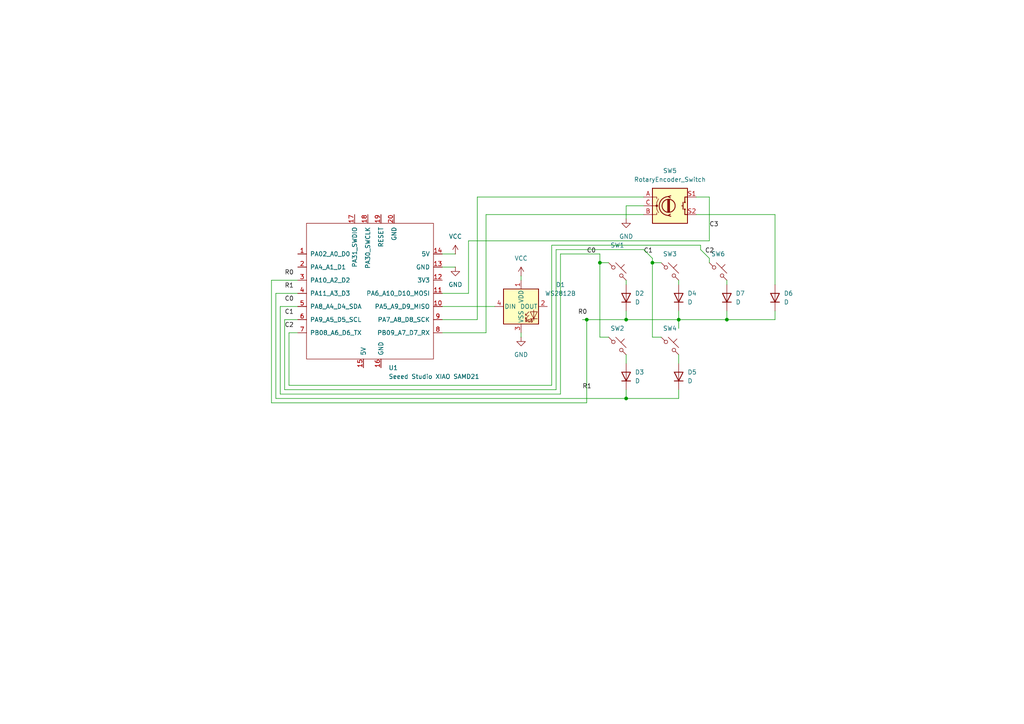
<source format=kicad_sch>
(kicad_sch (version 20231120) (generator "eeschema") (generator_version "8.0")
  (paper "A4")
  (title_block (title "HackPad") (date "2024-10-10") (rev "1.0") (company "Hack Club") (comment 1 "Matthew Chen for"))
  (lib_symbols
    (symbol "Device:D" (pin_numbers hide) (pin_names (offset 1.016) hide)
      (property "Reference" "D" (at 0 2.54 0))
      (property "Value" "D" (at 0 -2.54 0))
      (symbol "D_0_1"
        (polyline (pts (xy -1.27 1.27) (xy -1.27 -1.27)) (stroke (width 0.254)))
        (polyline (pts (xy 1.27 0) (xy -1.27 0)))
        (polyline (pts (xy 1.27 1.27) (xy 1.27 -1.27) (xy -1.27 0) (xy 1.27 1.27)) (stroke (width 0.254)))
      )
      (symbol "D_1_1"
        (pin passive line (at -3.81 0 0) (length 2.54) (name "K") (number "1"))
        (pin passive line (at 3.81 0 180) (length 2.54) (name "A") (number "2"))
      )
    )
    (symbol "Device:RotaryEncoder_Switch" (pin_names (offset 0.254) hide)
      (property "Reference" "SW" (at 0 6.604 0))
      (property "Value" "RotaryEncoder_Switch" (at 0 -6.604 0))
      (symbol "RotaryEncoder_Switch_0_1"
        (rectangle (start -5.08 5.08) (end 5.08 -5.08) (stroke (width 0.254)) (fill (type background)))
        (circle (center -3.81 0) (radius 0.254) (fill (type outline)))
        (circle (center -0.381 0) (radius 1.905) (stroke (width 0.254)))
        (arc (start -0.381 2.667) (mid -3.0988 -0.0635) (end -0.381 -2.794) (stroke (width 0.254)))
        (polyline (pts (xy -0.635 -1.778) (xy -0.635 1.778)) (stroke (width 0.254)))
        (polyline (pts (xy -0.381 -1.778) (xy -0.381 1.778)) (stroke (width 0.254)))
        (polyline (pts (xy -0.127 1.778) (xy -0.127 -1.778)) (stroke (width 0.254)))
        (polyline (pts (xy 3.81 0) (xy 3.429 0)) (stroke (width 0.254)))
        (polyline (pts (xy 3.81 1.016) (xy 3.81 -1.016)) (stroke (width 0.254)))
        (polyline (pts (xy -5.08 -2.54) (xy -3.81 -2.54) (xy -3.81 -2.032)))
        (polyline (pts (xy -5.08 2.54) (xy -3.81 2.54) (xy -3.81 2.032)))
        (polyline (pts (xy 0.254 -3.048) (xy -0.508 -2.794) (xy 0.127 -2.413)) (stroke (width 0.254)))
        (polyline (pts (xy 0.254 2.921) (xy -0.508 2.667) (xy 0.127 2.286)) (stroke (width 0.254)))
        (polyline (pts (xy 5.08 -2.54) (xy 4.318 -2.54) (xy 4.318 -1.016)) (stroke (width 0.254)))
        (polyline (pts (xy 5.08 2.54) (xy 4.318 2.54) (xy 4.318 1.016)) (stroke (width 0.254)))
        (polyline (pts (xy -5.08 0) (xy -3.81 0) (xy -3.81 -1.016) (xy -3.302 -2.032)))
        (polyline (pts (xy -4.318 0) (xy -3.81 0) (xy -3.81 1.016) (xy -3.302 2.032)))
        (circle (center 4.318 -1.016) (radius 0.127) (stroke (width 0.254)))
        (circle (center 4.318 1.016) (radius 0.127) (stroke (width 0.254)))
      )
      (symbol "RotaryEncoder_Switch_1_1"
        (pin passive line (at -7.62 2.54 0) (length 2.54) (name "A") (number "A"))
        (pin passive line (at -7.62 -2.54 0) (length 2.54) (name "B") (number "B"))
        (pin passive line (at -7.62 0 0) (length 2.54) (name "C") (number "C"))
        (pin passive line (at 7.62 2.54 180) (length 2.54) (name "S1") (number "S1"))
        (pin passive line (at 7.62 -2.54 180) (length 2.54) (name "S2") (number "S2"))
      )
    )
    (symbol "LED:WS2812B" (pin_names (offset 0.254))
      (property "Reference" "D" (at 5.08 5.715 0))
      (property "Value" "WS2812B" (at 1.27 -5.715 0))
      (symbol "WS2812B_0_0"
        (text "RGB" (at 2.286 -4.191 0) (effects (font (size 0.762 0.762))))
      )
      (symbol "WS2812B_0_1"
        (polyline (pts (xy 1.27 -3.556) (xy 1.778 -3.556)))
        (polyline (pts (xy 1.27 -2.54) (xy 1.778 -2.54)))
        (polyline (pts (xy 4.699 -3.556) (xy 2.667 -3.556)))
        (polyline (pts (xy 2.286 -2.54) (xy 1.27 -3.556) (xy 1.27 -3.048)))
        (polyline (pts (xy 2.286 -1.524) (xy 1.27 -2.54) (xy 1.27 -2.032)))
        (polyline (pts (xy 3.683 -1.016) (xy 3.683 -3.556) (xy 3.683 -4.064)))
        (polyline (pts (xy 4.699 -1.524) (xy 2.667 -1.524) (xy 3.683 -3.556) (xy 4.699 -1.524)))
        (rectangle (start 5.08 5.08) (end -5.08 -5.08) (stroke (width 0.254)) (fill (type background)))
      )
      (symbol "WS2812B_1_1"
        (pin power_in line (at 0 7.62 270) (length 2.54) (name "VDD") (number "1"))
        (pin output line (at 7.62 0 180) (length 2.54) (name "DOUT") (number "2"))
        (pin power_in line (at 0 -7.62 90) (length 2.54) (name "VSS") (number "3"))
        (pin input line (at -7.62 0 0) (length 2.54) (name "DIN") (number "4"))
      )
    )
    (symbol "Seeed_Studio_XIAO_Series:Seeed Studio XIAO SAMD21" (pin_names (offset 1.016))
      (property "Reference" "U" (at -19.05 22.86 0))
      (property "Value" "Seeed Studio XIAO SAMD21" (at -12.7 21.59 0))
      (symbol "Seeed Studio XIAO SAMD21_0_1"
        (rectangle (start -19.05 20.32) (end 17.78 -19.05))
      )
      (symbol "Seeed Studio XIAO SAMD21_1_1"
        (pin unspecified line (at -21.59 11.43 0) (length 2.54) (name "PA02_A0_D0") (number "1"))
        (pin unspecified line (at 20.32 -3.81 180) (length 2.54) (name "PA5_A9_D9_MISO") (number "10"))
        (pin unspecified line (at 20.32 0 180) (length 2.54) (name "PA6_A10_D10_MOSI") (number "11"))
        (pin unspecified line (at 20.32 3.81 180) (length 2.54) (name "3V3") (number "12"))
        (pin unspecified line (at 20.32 7.62 180) (length 2.54) (name "GND") (number "13"))
        (pin unspecified line (at 20.32 11.43 180) (length 2.54) (name "5V") (number "14"))
        (pin input line (at -2.54 -21.59 90) (length 2.54) (name "5V") (number "15"))
        (pin input line (at 2.54 -21.59 90) (length 2.54) (name "GND") (number "16"))
        (pin input line (at -5.08 22.86 270) (length 2.54) (name "PA31_SWDIO") (number "17"))
        (pin input line (at -1.27 22.86 270) (length 2.54) (name "PA30_SWCLK") (number "18"))
        (pin input line (at 2.54 22.86 270) (length 2.54) (name "RESET") (number "19"))
        (pin unspecified line (at -21.59 7.62 0) (length 2.54) (name "PA4_A1_D1") (number "2"))
        (pin input line (at 6.35 22.86 270) (length 2.54) (name "GND") (number "20"))
        (pin unspecified line (at -21.59 3.81 0) (length 2.54) (name "PA10_A2_D2") (number "3"))
        (pin unspecified line (at -21.59 0 0) (length 2.54) (name "PA11_A3_D3") (number "4"))
        (pin unspecified line (at -21.59 -3.81 0) (length 2.54) (name "PA8_A4_D4_SDA") (number "5"))
        (pin unspecified line (at -21.59 -7.62 0) (length 2.54) (name "PA9_A5_D5_SCL") (number "6"))
        (pin unspecified line (at -21.59 -11.43 0) (length 2.54) (name "PB08_A6_D6_TX") (number "7"))
        (pin unspecified line (at 20.32 -11.43 180) (length 2.54) (name "PB09_A7_D7_RX") (number "8"))
        (pin unspecified line (at 20.32 -7.62 180) (length 2.54) (name "PA7_A8_D8_SCK") (number "9"))
      )
    )
    (symbol "Switch:SW_Push_45deg" (pin_numbers hide) (pin_names (offset 1.016) hide)
      (property "Reference" "SW" (at 3.048 1.016 0))
      (property "Value" "SW_Push_45deg" (at 0 -3.81 0))
      (symbol "SW_Push_45deg_0_1"
        (circle (center -1.1684 1.1684) (radius 0.508))
        (polyline (pts (xy -0.508 2.54) (xy 2.54 -0.508)))
        (polyline (pts (xy 1.016 1.016) (xy 2.032 2.032)))
        (polyline (pts (xy -2.54 2.54) (xy -1.524 1.524) (xy -1.524 1.524)))
        (polyline (pts (xy 1.524 -1.524) (xy 2.54 -2.54) (xy 2.54 -2.54) (xy 2.54 -2.54)))
        (circle (center 1.143 -1.1938) (radius 0.508))
        (pin passive line (at -2.54 2.54 0) (length 0) (name "1") (number "1"))
        (pin passive line (at 2.54 -2.54 180) (length 0) (name "2") (number "2"))
      )
    )
    (symbol "power:GND" (power) (pin_numbers hide) (pin_names (offset 0) hide)
      (property "Value" "GND" (at 0 -3.81 0))
      (symbol "GND_0_1"
        (polyline (pts (xy 0 0) (xy 0 -1.27) (xy 1.27 -1.27) (xy 0 -2.54) (xy -1.27 -1.27) (xy 0 -1.27)))
      )
      (symbol "GND_1_1"
        (pin power_in line (at 0 0 270) (length 0) (name "~") (number "1"))
      )
    )
    (symbol "power:VCC" (power) (pin_numbers hide) (pin_names (offset 0) hide)
      (property "Value" "VCC" (at 0 3.556 0))
      (symbol "VCC_0_1"
        (polyline (pts (xy -0.762 1.27) (xy 0 2.54)))
        (polyline (pts (xy 0 0) (xy 0 2.54)))
        (polyline (pts (xy 0 2.54) (xy 0.762 1.27)))
      )
      (symbol "VCC_1_1"
        (pin power_in line (at 0 0 90) (length 0) (name "~") (number "1"))
      )
    )
  )
  (junction (at 181.61 115.57))
  (junction (at 196.85 92.71))
  (junction (at 173.99 76.2))
  (junction (at 181.61 92.71))
  (junction (at 170.18 92.71))
  (junction (at 210.82 92.71))
  (junction (at 189.23 76.2))
  (bus_entry (at 186.69 72.39) (size 2.54 2.54))
  (bus_entry (at 203.2 72.39) (size 2.54 2.54))
  (wire (pts (xy 132.08 73.66) (xy 128.27 73.66)))
  (wire (pts (xy 82.55 92.71) (xy 82.55 113.03)))
  (wire (pts (xy 181.61 105.41) (xy 181.61 102.87)))
  (wire (pts (xy 78.74 116.84) (xy 170.18 116.84)))
  (wire (pts (xy 205.74 74.93) (xy 205.74 76.2)))
  (wire (pts (xy 173.99 73.66) (xy 173.99 76.2)))
  (wire (pts (xy 210.82 92.71) (xy 224.79 92.71)))
  (wire (pts (xy 181.61 113.03) (xy 181.61 115.57)))
  (wire (pts (xy 173.99 76.2) (xy 176.53 76.2)))
  (wire (pts (xy 83.82 111.76) (xy 160.02 111.76)))
  (wire (pts (xy 203.2 71.12) (xy 203.2 72.39)))
  (wire (pts (xy 201.93 57.15) (xy 205.74 57.15)))
  (wire (pts (xy 162.56 73.66) (xy 173.99 73.66)))
  (wire (pts (xy 210.82 81.28) (xy 210.82 82.55)))
  (wire (pts (xy 160.02 71.12) (xy 203.2 71.12)))
  (wire (pts (xy 78.74 81.28) (xy 86.36 81.28)))
  (wire (pts (xy 78.74 81.28) (xy 78.74 116.84)))
  (wire (pts (xy 173.99 76.2) (xy 173.99 97.79)))
  (wire (pts (xy 173.99 97.79) (xy 176.53 97.79)))
  (wire (pts (xy 189.23 97.79) (xy 191.77 97.79)))
  (wire (pts (xy 196.85 81.28) (xy 196.85 82.55)))
  (wire (pts (xy 181.61 59.69) (xy 181.61 63.5)))
  (wire (pts (xy 151.13 81.28) (xy 151.13 80.01)))
  (wire (pts (xy 128.27 92.71) (xy 138.43 92.71)))
  (wire (pts (xy 181.61 115.57) (xy 196.85 115.57)))
  (wire (pts (xy 189.23 76.2) (xy 189.23 97.79)))
  (wire (pts (xy 81.28 88.9) (xy 81.28 114.3)))
  (wire (pts (xy 196.85 102.87) (xy 196.85 105.41)))
  (wire (pts (xy 83.82 96.52) (xy 86.36 96.52)))
  (wire (pts (xy 135.89 69.85) (xy 135.89 85.09)))
  (wire (pts (xy 224.79 62.23) (xy 224.79 82.55)))
  (wire (pts (xy 170.18 92.71) (xy 170.18 116.84)))
  (wire (pts (xy 128.27 77.47) (xy 132.08 77.47)))
  (wire (pts (xy 181.61 90.17) (xy 181.61 92.71)))
  (wire (pts (xy 135.89 69.85) (xy 205.74 69.85)))
  (wire (pts (xy 196.85 90.17) (xy 196.85 92.71)))
  (wire (pts (xy 80.01 115.57) (xy 181.61 115.57)))
  (wire (pts (xy 135.89 85.09) (xy 128.27 85.09)))
  (wire (pts (xy 82.55 92.71) (xy 86.36 92.71)))
  (wire (pts (xy 162.56 114.3) (xy 162.56 73.66)))
  (wire (pts (xy 196.85 115.57) (xy 196.85 113.03)))
  (wire (pts (xy 189.23 74.93) (xy 189.23 76.2)))
  (wire (pts (xy 161.29 72.39) (xy 186.69 72.39)))
  (wire (pts (xy 138.43 57.15) (xy 186.69 57.15)))
  (wire (pts (xy 196.85 92.71) (xy 196.85 95.25)))
  (wire (pts (xy 224.79 92.71) (xy 224.79 90.17)))
  (wire (pts (xy 80.01 85.09) (xy 80.01 115.57)))
  (wire (pts (xy 140.97 62.23) (xy 140.97 96.52)))
  (wire (pts (xy 128.27 88.9) (xy 143.51 88.9)))
  (wire (pts (xy 82.55 113.03) (xy 161.29 113.03)))
  (wire (pts (xy 81.28 88.9) (xy 86.36 88.9)))
  (wire (pts (xy 181.61 82.55) (xy 181.61 81.28)))
  (wire (pts (xy 83.82 96.52) (xy 83.82 111.76)))
  (wire (pts (xy 151.13 97.79) (xy 151.13 96.52)))
  (wire (pts (xy 181.61 92.71) (xy 196.85 92.71)))
  (wire (pts (xy 161.29 113.03) (xy 161.29 72.39)))
  (wire (pts (xy 210.82 90.17) (xy 210.82 92.71)))
  (wire (pts (xy 140.97 96.52) (xy 128.27 96.52)))
  (wire (pts (xy 205.74 57.15) (xy 205.74 69.85)))
  (wire (pts (xy 80.01 85.09) (xy 86.36 85.09)))
  (wire (pts (xy 196.85 92.71) (xy 210.82 92.71)))
  (wire (pts (xy 201.93 62.23) (xy 224.79 62.23)))
  (wire (pts (xy 160.02 111.76) (xy 160.02 71.12)))
  (wire (pts (xy 170.18 92.71) (xy 181.61 92.71)))
  (wire (pts (xy 81.28 114.3) (xy 162.56 114.3)))
  (wire (pts (xy 186.69 62.23) (xy 140.97 62.23)))
  (wire (pts (xy 189.23 76.2) (xy 191.77 76.2)))
  (wire (pts (xy 186.69 59.69) (xy 181.61 59.69)))
  (wire (pts (xy 138.43 92.71) (xy 138.43 57.15)))
  (wire (pts (xy 168.91 92.71) (xy 170.18 92.71)))
  (label "C1" (at 82.55 91.44 0))
  (label "C3" (at 205.74 66.04 0))
  (label "R0" (at 167.64 91.44 0))
  (label "R0" (at 82.55 80.01 0))
  (label "C0" (at 82.55 87.63 0))
  (label "R1" (at 168.91 113.03 0))
  (label "C2" (at 204.47 73.66 0))
  (label "C2" (at 82.55 95.25 0))
  (label "C0" (at 170.18 73.66 0))
  (label "C1" (at 186.69 73.66 0))
  (label "R1" (at 82.55 83.82 0))
  (symbol (lib_id "Switch:SW_Push_45deg") (at 194.31 100.33 0) (unit 1)
    (property "Reference" "SW4" (at 194.31 95.25 0))
    (property "Value" "SW_Push_45deg" (effects (hide yes)))
    (property "Footprint" "Button_Switch_Keyboard:SW_Cherry_MX_1.00u_PCB" (effects (hide yes)))
    (property "Description" "Push button switch, normally open, two pins, 45° tilted" (effects (hide yes)))
  )
  (symbol (lib_id "Device:D") (at 181.61 109.22 90) (unit 1)
    (property "Reference" "D3" (at 184.15 107.9499 90) (effects (justify right)))
    (property "Value" "D" (at 184.15 110.4899 90) (effects (justify right)))
    (property "Footprint" "Diode_THT:D_DO-35_SOD27_P7.62mm_Horizontal" (effects (hide yes)))
    (property "Description" "Diode" (effects (hide yes)))
    (property "Sim.Device" "D" (effects (hide yes)))
    (property "Sim.Pins" "1=K 2=A" (effects (hide yes)))
  )
  (symbol (lib_id "Device:D") (at 224.79 86.36 90) (unit 1)
    (property "Reference" "D6" (at 227.33 85.0899 90) (effects (justify right)))
    (property "Value" "D" (at 227.33 87.6299 90) (effects (justify right)))
    (property "Footprint" "Diode_THT:D_DO-35_SOD27_P7.62mm_Horizontal" (effects (hide yes)))
    (property "Description" "Diode" (effects (hide yes)))
    (property "Sim.Device" "D" (effects (hide yes)))
    (property "Sim.Pins" "1=K 2=A" (effects (hide yes)))
  )
  (symbol (lib_id "LED:WS2812B") (at 151.13 88.9 0) (unit 1)
    (property "Reference" "D1" (at 162.56 82.5814 0))
    (property "Value" "WS2812B" (at 162.56 85.1214 0))
    (property "Footprint" "LED_SMD:LED_WS2812B_PLCC4_5.0x5.0mm_P3.2mm" (effects (hide yes)))
    (property "Datasheet" "https://cdn-shop.adafruit.com/datasheets/WS2812B.pdf" (effects (hide yes)))
    (property "Description" "RGB LED with integrated controller" (effects (hide yes)))
  )
  (symbol (lib_id "Device:RotaryEncoder_Switch") (at 194.31 59.69 0) (unit 1)
    (property "Reference" "SW5" (at 194.31 49.53 0))
    (property "Value" "RotaryEncoder_Switch" (at 194.31 52.07 0))
    (property "Footprint" "Rotary_Encoder:RotaryEncoder_Alps_EC11E-Switch_Vertical_H20mm" (effects (hide yes)))
    (property "Description" "Rotary encoder, dual channel, incremental quadrate outputs, with switch" (effects (hide yes)))
  )
  (symbol (lib_id "Device:D") (at 196.85 109.22 90) (unit 1)
    (property "Reference" "D5" (at 199.39 107.9499 90) (effects (justify right)))
    (property "Value" "D" (at 199.39 110.4899 90) (effects (justify right)))
    (property "Footprint" "Diode_THT:D_DO-35_SOD27_P7.62mm_Horizontal" (effects (hide yes)))
    (property "Description" "Diode" (effects (hide yes)))
    (property "Sim.Device" "D" (effects (hide yes)))
    (property "Sim.Pins" "1=K 2=A" (effects (hide yes)))
  )
  (symbol (lib_id "power:GND") (at 181.61 63.5 0) (unit 1)
    (property "Reference" "#PWR01" (effects (hide yes)))
    (property "Value" "GND" (at 181.61 68.58 0))
    (property "Description" "Power symbol creates a global label with name \"GND\" , ground" (effects (hide yes)))
  )
  (symbol (lib_id "Switch:SW_Push_45deg") (at 179.07 100.33 0) (unit 1)
    (property "Reference" "SW2" (at 179.07 95.25 0))
    (property "Value" "SW_Push_45deg" (effects (hide yes)))
    (property "Footprint" "Button_Switch_Keyboard:SW_Cherry_MX_1.00u_PCB" (effects (hide yes)))
    (property "Description" "Push button switch, normally open, two pins, 45° tilted" (effects (hide yes)))
  )
  (symbol (lib_id "power:VCC") (at 151.13 80.01 0) (unit 1)
    (property "Reference" "#PWR06" (effects (hide yes)))
    (property "Value" "VCC" (at 151.13 74.93 0))
    (property "Description" "Power symbol creates a global label with name \"VCC\"" (effects (hide yes)))
  )
  (symbol (lib_id "Switch:SW_Push_45deg") (at 194.31 78.74 0) (unit 1)
    (property "Reference" "SW3" (at 194.31 73.66 0))
    (property "Value" "SW_Push_45deg" (effects (hide yes)))
    (property "Footprint" "Button_Switch_Keyboard:SW_Cherry_MX_1.00u_PCB" (effects (hide yes)))
    (property "Description" "Push button switch, normally open, two pins, 45° tilted" (effects (hide yes)))
  )
  (symbol (lib_id "Switch:SW_Push_45deg") (at 208.28 78.74 0) (unit 1)
    (property "Reference" "SW6" (at 208.28 73.66 0))
    (property "Value" "SW_Push_45deg" (effects (hide yes)))
    (property "Footprint" "Button_Switch_Keyboard:SW_Cherry_MX_2.00u_PCB" (effects (hide yes)))
    (property "Description" "Push button switch, normally open, two pins, 45° tilted" (effects (hide yes)))
  )
  (symbol (lib_id "Switch:SW_Push_45deg") (at 179.07 78.74 0) (unit 1)
    (property "Reference" "SW1" (at 179.07 71.12 0))
    (property "Value" "SW_Push_45deg" (effects (hide yes)))
    (property "Footprint" "Button_Switch_Keyboard:SW_Cherry_MX_1.00u_PCB" (effects (hide yes)))
    (property "Description" "Push button switch, normally open, two pins, 45° tilted" (effects (hide yes)))
  )
  (symbol (lib_id "Seeed_Studio_XIAO_Series:Seeed Studio XIAO SAMD21") (at 107.95 85.09 0) (unit 1)
    (property "Reference" "U1" (at 112.6841 106.68 0) (effects (justify left)))
    (property "Value" "Seeed Studio XIAO SAMD21" (at 112.6841 109.22 0) (effects (justify left)))
    (property "Footprint" "footprints:XIAO-Generic-Thruhole-14P-2.54-21X17.8MM" (effects (hide yes)))
  )
  (symbol (lib_id "power:GND") (at 132.08 77.47 0) (unit 1)
    (property "Reference" "#PWR03" (effects (hide yes)))
    (property "Value" "GND" (at 132.08 82.55 0))
    (property "Description" "Power symbol creates a global label with name \"GND\" , ground" (effects (hide yes)))
  )
  (symbol (lib_id "Device:D") (at 181.61 86.36 90) (unit 1)
    (property "Reference" "D2" (at 184.15 85.0899 90) (effects (justify right)))
    (property "Value" "D" (at 184.15 87.6299 90) (effects (justify right)))
    (property "Footprint" "Diode_THT:D_DO-35_SOD27_P7.62mm_Horizontal" (effects (hide yes)))
    (property "Description" "Diode" (effects (hide yes)))
    (property "Sim.Device" "D" (effects (hide yes)))
    (property "Sim.Pins" "1=K 2=A" (effects (hide yes)))
  )
  (symbol (lib_id "Device:D") (at 210.82 86.36 90) (unit 1)
    (property "Reference" "D7" (at 213.36 85.0899 90) (effects (justify right)))
    (property "Value" "D" (at 213.36 87.6299 90) (effects (justify right)))
    (property "Footprint" "Diode_THT:D_DO-35_SOD27_P7.62mm_Horizontal" (effects (hide yes)))
    (property "Description" "Diode" (effects (hide yes)))
    (property "Sim.Device" "D" (effects (hide yes)))
    (property "Sim.Pins" "1=K 2=A" (effects (hide yes)))
  )
  (symbol (lib_id "power:GND") (at 151.13 97.79 0) (unit 1)
    (property "Reference" "#PWR05" (effects (hide yes)))
    (property "Value" "GND" (at 151.13 102.87 0))
    (property "Description" "Power symbol creates a global label with name \"GND\" , ground" (effects (hide yes)))
  )
  (symbol (lib_id "power:VCC") (at 132.08 73.66 0) (unit 1)
    (property "Reference" "#PWR02" (effects (hide yes)))
    (property "Value" "VCC" (at 132.08 68.58 0))
    (property "Description" "Power symbol creates a global label with name \"VCC\"" (effects (hide yes)))
  )
  (symbol (lib_id "Device:D") (at 196.85 86.36 90) (unit 1)
    (property "Reference" "D4" (at 199.39 85.0899 90) (effects (justify right)))
    (property "Value" "D" (at 199.39 87.6299 90) (effects (justify right)))
    (property "Footprint" "Diode_THT:D_DO-35_SOD27_P7.62mm_Horizontal" (effects (hide yes)))
    (property "Description" "Diode" (effects (hide yes)))
    (property "Sim.Device" "D" (effects (hide yes)))
    (property "Sim.Pins" "1=K 2=A" (effects (hide yes)))
  )
)
</source>
